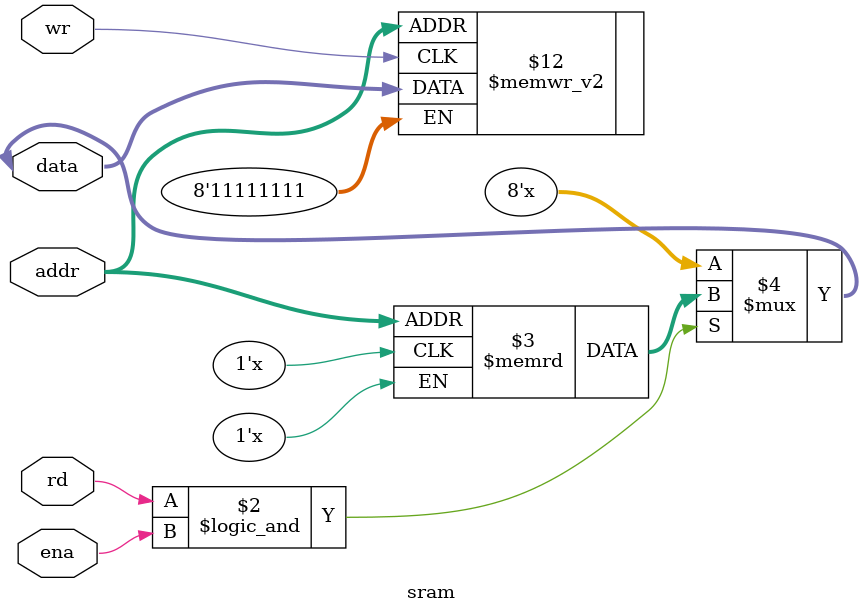
<source format=v>
module sram(
    inout [7:0]     data,
    input [10:0]    addr,
    input           wr,
    input           rd,
    input           ena
);

    reg [7:0] ram[11'h7ff:0];

    assign data = (rd && ena) ? ram[addr] : 8'hzz;

    always @(posedge wr) begin
        ram[addr] <= data;
    end

endmodule

</source>
